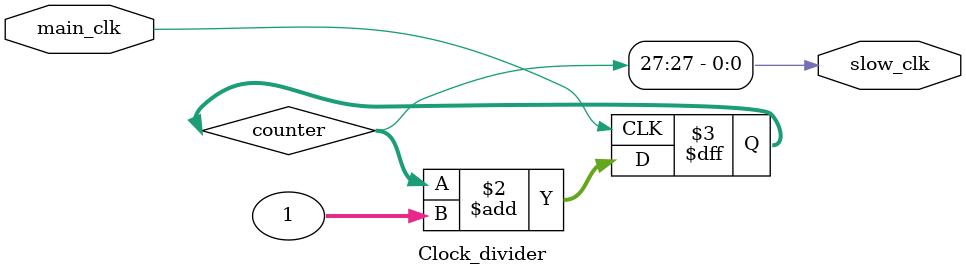
<source format=v>
`timescale 1ns / 1ps

module Clock_divider(
input main_clk,
output slow_clk
    );
    
reg [31:0] counter;

always @(posedge main_clk)
begin
    counter  <= counter + 1;
end
assign slow_clk = counter[27];
endmodule
</source>
